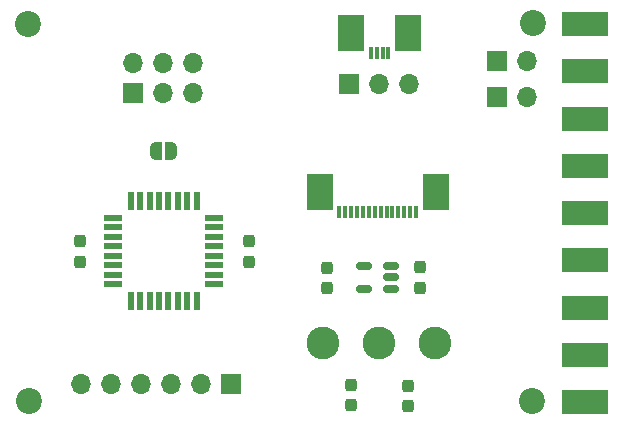
<source format=gts>
G04 #@! TF.GenerationSoftware,KiCad,Pcbnew,(6.0.1)*
G04 #@! TF.CreationDate,2022-09-26T11:52:35-04:00*
G04 #@! TF.ProjectId,consolizer,636f6e73-6f6c-4697-9a65-722e6b696361,rev?*
G04 #@! TF.SameCoordinates,Original*
G04 #@! TF.FileFunction,Soldermask,Top*
G04 #@! TF.FilePolarity,Negative*
%FSLAX46Y46*%
G04 Gerber Fmt 4.6, Leading zero omitted, Abs format (unit mm)*
G04 Created by KiCad (PCBNEW (6.0.1)) date 2022-09-26 11:52:35*
%MOMM*%
%LPD*%
G01*
G04 APERTURE LIST*
G04 Aperture macros list*
%AMRoundRect*
0 Rectangle with rounded corners*
0 $1 Rounding radius*
0 $2 $3 $4 $5 $6 $7 $8 $9 X,Y pos of 4 corners*
0 Add a 4 corners polygon primitive as box body*
4,1,4,$2,$3,$4,$5,$6,$7,$8,$9,$2,$3,0*
0 Add four circle primitives for the rounded corners*
1,1,$1+$1,$2,$3*
1,1,$1+$1,$4,$5*
1,1,$1+$1,$6,$7*
1,1,$1+$1,$8,$9*
0 Add four rect primitives between the rounded corners*
20,1,$1+$1,$2,$3,$4,$5,0*
20,1,$1+$1,$4,$5,$6,$7,0*
20,1,$1+$1,$6,$7,$8,$9,0*
20,1,$1+$1,$8,$9,$2,$3,0*%
%AMFreePoly0*
4,1,22,0.500000,-0.750000,0.000000,-0.750000,0.000000,-0.745033,-0.079941,-0.743568,-0.215256,-0.701293,-0.333266,-0.622738,-0.424486,-0.514219,-0.481581,-0.384460,-0.499164,-0.250000,-0.500000,-0.250000,-0.500000,0.250000,-0.499164,0.250000,-0.499963,0.256109,-0.478152,0.396186,-0.417904,0.524511,-0.324060,0.630769,-0.204165,0.706417,-0.067858,0.745374,0.000000,0.744959,0.000000,0.750000,
0.500000,0.750000,0.500000,-0.750000,0.500000,-0.750000,$1*%
%AMFreePoly1*
4,1,20,0.000000,0.744959,0.073905,0.744508,0.209726,0.703889,0.328688,0.626782,0.421226,0.519385,0.479903,0.390333,0.500000,0.250000,0.500000,-0.250000,0.499851,-0.262216,0.476331,-0.402017,0.414519,-0.529596,0.319384,-0.634700,0.198574,-0.708877,0.061801,-0.746166,0.000000,-0.745033,0.000000,-0.750000,-0.500000,-0.750000,-0.500000,0.750000,0.000000,0.750000,0.000000,0.744959,
0.000000,0.744959,$1*%
G04 Aperture macros list end*
%ADD10RoundRect,0.237500X0.237500X-0.287500X0.237500X0.287500X-0.237500X0.287500X-0.237500X-0.287500X0*%
%ADD11C,2.200000*%
%ADD12R,0.300000X1.100000*%
%ADD13R,2.300000X3.100000*%
%ADD14R,1.700000X1.700000*%
%ADD15O,1.700000X1.700000*%
%ADD16R,4.000000X2.000000*%
%ADD17RoundRect,0.237500X-0.237500X0.287500X-0.237500X-0.287500X0.237500X-0.287500X0.237500X0.287500X0*%
%ADD18RoundRect,0.150000X0.512500X0.150000X-0.512500X0.150000X-0.512500X-0.150000X0.512500X-0.150000X0*%
%ADD19FreePoly0,0.000000*%
%ADD20FreePoly1,0.000000*%
%ADD21R,1.600000X0.550000*%
%ADD22R,0.550000X1.600000*%
%ADD23C,2.775000*%
G04 APERTURE END LIST*
D10*
X196500000Y-95150000D03*
X196500000Y-93400000D03*
X190700000Y-105075000D03*
X190700000Y-103325000D03*
D11*
X163300000Y-72800000D03*
X163400000Y-104700000D03*
X206000000Y-104700000D03*
D12*
X196170000Y-88700000D03*
X195670000Y-88700000D03*
X195170000Y-88700000D03*
X194670000Y-88700000D03*
X194170000Y-88700000D03*
X193670000Y-88700000D03*
X193170000Y-88700000D03*
X192670000Y-88700000D03*
X192170000Y-88700000D03*
X191670000Y-88700000D03*
X191170000Y-88700000D03*
X190670000Y-88700000D03*
X190170000Y-88700000D03*
X189670000Y-88700000D03*
D13*
X188000000Y-87000000D03*
X197840000Y-87000000D03*
D14*
X203000000Y-75900000D03*
D15*
X205540000Y-75900000D03*
D14*
X172200000Y-78600000D03*
D15*
X172200000Y-76060000D03*
X174740000Y-78600000D03*
X174740000Y-76060000D03*
X177280000Y-78600000D03*
X177280000Y-76060000D03*
D14*
X180500000Y-103300000D03*
D15*
X177960000Y-103300000D03*
X175420000Y-103300000D03*
X172880000Y-103300000D03*
X170340000Y-103300000D03*
X167800000Y-103300000D03*
D16*
X210500000Y-72800000D03*
X210500000Y-76800000D03*
X210500000Y-80800000D03*
X210500000Y-84800000D03*
X210500000Y-88800000D03*
X210500000Y-92800000D03*
X210500000Y-96800000D03*
X210500000Y-100800000D03*
X210500000Y-104800000D03*
D14*
X190500000Y-77900000D03*
D15*
X193040000Y-77900000D03*
X195580000Y-77900000D03*
D17*
X195500000Y-103400000D03*
X195500000Y-105150000D03*
D11*
X206100000Y-72700000D03*
D14*
X203000000Y-79000000D03*
D15*
X205540000Y-79000000D03*
D18*
X194037500Y-95200000D03*
X194037500Y-94250000D03*
X194037500Y-93300000D03*
X191762500Y-93300000D03*
X191762500Y-95200000D03*
D17*
X188600000Y-93425000D03*
X188600000Y-95175000D03*
D19*
X174150000Y-83500000D03*
D20*
X175450000Y-83500000D03*
D10*
X167700000Y-92900000D03*
X167700000Y-91150000D03*
D21*
X179050000Y-94800000D03*
X179050000Y-94000000D03*
X179050000Y-93200000D03*
X179050000Y-92400000D03*
X179050000Y-91600000D03*
X179050000Y-90800000D03*
X179050000Y-90000000D03*
X179050000Y-89200000D03*
D22*
X177600000Y-87750000D03*
X176800000Y-87750000D03*
X176000000Y-87750000D03*
X175200000Y-87750000D03*
X174400000Y-87750000D03*
X173600000Y-87750000D03*
X172800000Y-87750000D03*
X172000000Y-87750000D03*
D21*
X170550000Y-89200000D03*
X170550000Y-90000000D03*
X170550000Y-90800000D03*
X170550000Y-91600000D03*
X170550000Y-92400000D03*
X170550000Y-93200000D03*
X170550000Y-94000000D03*
X170550000Y-94800000D03*
D22*
X172000000Y-96250000D03*
X172800000Y-96250000D03*
X173600000Y-96250000D03*
X174400000Y-96250000D03*
X175200000Y-96250000D03*
X176000000Y-96250000D03*
X176800000Y-96250000D03*
X177600000Y-96250000D03*
D10*
X182000000Y-92900000D03*
X182000000Y-91150000D03*
D12*
X193830000Y-75275000D03*
X193330000Y-75275000D03*
X192830000Y-75275000D03*
X192330000Y-75275000D03*
D13*
X195500000Y-73575000D03*
X190655000Y-73575000D03*
D23*
X188290000Y-99822000D03*
X197790000Y-99822000D03*
X193040000Y-99822000D03*
M02*

</source>
